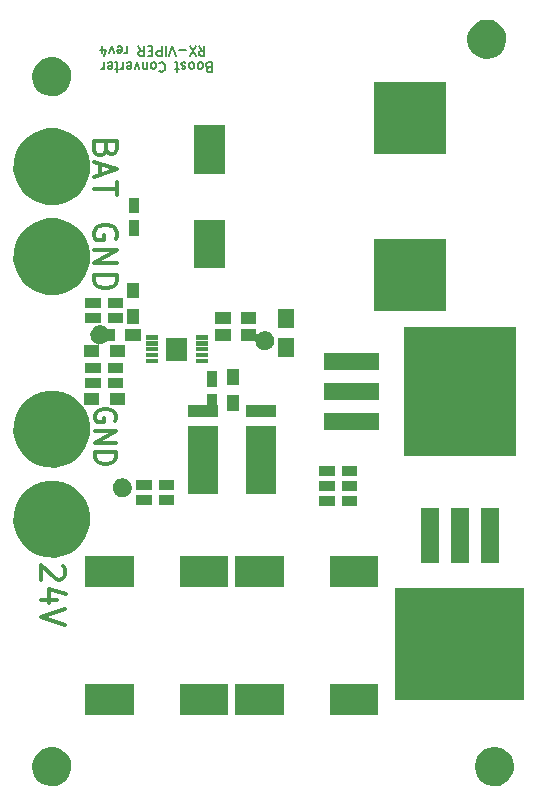
<source format=gts>
G04 #@! TF.FileFunction,Soldermask,Top*
%FSLAX46Y46*%
G04 Gerber Fmt 4.6, Leading zero omitted, Abs format (unit mm)*
G04 Created by KiCad (PCBNEW 4.0.6) date Sun Feb 11 00:43:15 2018*
%MOMM*%
%LPD*%
G01*
G04 APERTURE LIST*
%ADD10C,0.100000*%
%ADD11C,0.150000*%
%ADD12C,0.300000*%
G04 APERTURE END LIST*
D10*
D11*
X63423857Y-29688143D02*
X63309571Y-29650048D01*
X63271476Y-29611952D01*
X63233381Y-29535762D01*
X63233381Y-29421476D01*
X63271476Y-29345286D01*
X63309571Y-29307190D01*
X63385762Y-29269095D01*
X63690524Y-29269095D01*
X63690524Y-30069095D01*
X63423857Y-30069095D01*
X63347667Y-30031000D01*
X63309571Y-29992905D01*
X63271476Y-29916714D01*
X63271476Y-29840524D01*
X63309571Y-29764333D01*
X63347667Y-29726238D01*
X63423857Y-29688143D01*
X63690524Y-29688143D01*
X62776238Y-29269095D02*
X62852429Y-29307190D01*
X62890524Y-29345286D01*
X62928619Y-29421476D01*
X62928619Y-29650048D01*
X62890524Y-29726238D01*
X62852429Y-29764333D01*
X62776238Y-29802429D01*
X62661952Y-29802429D01*
X62585762Y-29764333D01*
X62547667Y-29726238D01*
X62509571Y-29650048D01*
X62509571Y-29421476D01*
X62547667Y-29345286D01*
X62585762Y-29307190D01*
X62661952Y-29269095D01*
X62776238Y-29269095D01*
X62052428Y-29269095D02*
X62128619Y-29307190D01*
X62166714Y-29345286D01*
X62204809Y-29421476D01*
X62204809Y-29650048D01*
X62166714Y-29726238D01*
X62128619Y-29764333D01*
X62052428Y-29802429D01*
X61938142Y-29802429D01*
X61861952Y-29764333D01*
X61823857Y-29726238D01*
X61785761Y-29650048D01*
X61785761Y-29421476D01*
X61823857Y-29345286D01*
X61861952Y-29307190D01*
X61938142Y-29269095D01*
X62052428Y-29269095D01*
X61480999Y-29307190D02*
X61404809Y-29269095D01*
X61252428Y-29269095D01*
X61176237Y-29307190D01*
X61138142Y-29383381D01*
X61138142Y-29421476D01*
X61176237Y-29497667D01*
X61252428Y-29535762D01*
X61366713Y-29535762D01*
X61442904Y-29573857D01*
X61480999Y-29650048D01*
X61480999Y-29688143D01*
X61442904Y-29764333D01*
X61366713Y-29802429D01*
X61252428Y-29802429D01*
X61176237Y-29764333D01*
X60909571Y-29802429D02*
X60604809Y-29802429D01*
X60795285Y-30069095D02*
X60795285Y-29383381D01*
X60757190Y-29307190D01*
X60680999Y-29269095D01*
X60604809Y-29269095D01*
X59271475Y-29345286D02*
X59309570Y-29307190D01*
X59423856Y-29269095D01*
X59500046Y-29269095D01*
X59614332Y-29307190D01*
X59690523Y-29383381D01*
X59728618Y-29459571D01*
X59766713Y-29611952D01*
X59766713Y-29726238D01*
X59728618Y-29878619D01*
X59690523Y-29954810D01*
X59614332Y-30031000D01*
X59500046Y-30069095D01*
X59423856Y-30069095D01*
X59309570Y-30031000D01*
X59271475Y-29992905D01*
X58814332Y-29269095D02*
X58890523Y-29307190D01*
X58928618Y-29345286D01*
X58966713Y-29421476D01*
X58966713Y-29650048D01*
X58928618Y-29726238D01*
X58890523Y-29764333D01*
X58814332Y-29802429D01*
X58700046Y-29802429D01*
X58623856Y-29764333D01*
X58585761Y-29726238D01*
X58547665Y-29650048D01*
X58547665Y-29421476D01*
X58585761Y-29345286D01*
X58623856Y-29307190D01*
X58700046Y-29269095D01*
X58814332Y-29269095D01*
X58204808Y-29802429D02*
X58204808Y-29269095D01*
X58204808Y-29726238D02*
X58166713Y-29764333D01*
X58090522Y-29802429D01*
X57976236Y-29802429D01*
X57900046Y-29764333D01*
X57861951Y-29688143D01*
X57861951Y-29269095D01*
X57557188Y-29802429D02*
X57366712Y-29269095D01*
X57176236Y-29802429D01*
X56566712Y-29307190D02*
X56642902Y-29269095D01*
X56795283Y-29269095D01*
X56871474Y-29307190D01*
X56909569Y-29383381D01*
X56909569Y-29688143D01*
X56871474Y-29764333D01*
X56795283Y-29802429D01*
X56642902Y-29802429D01*
X56566712Y-29764333D01*
X56528617Y-29688143D01*
X56528617Y-29611952D01*
X56909569Y-29535762D01*
X56185760Y-29269095D02*
X56185760Y-29802429D01*
X56185760Y-29650048D02*
X56147665Y-29726238D01*
X56109569Y-29764333D01*
X56033379Y-29802429D01*
X55957188Y-29802429D01*
X55804808Y-29802429D02*
X55500046Y-29802429D01*
X55690522Y-30069095D02*
X55690522Y-29383381D01*
X55652427Y-29307190D01*
X55576236Y-29269095D01*
X55500046Y-29269095D01*
X54928617Y-29307190D02*
X55004807Y-29269095D01*
X55157188Y-29269095D01*
X55233379Y-29307190D01*
X55271474Y-29383381D01*
X55271474Y-29688143D01*
X55233379Y-29764333D01*
X55157188Y-29802429D01*
X55004807Y-29802429D01*
X54928617Y-29764333D01*
X54890522Y-29688143D01*
X54890522Y-29611952D01*
X55271474Y-29535762D01*
X54547665Y-29269095D02*
X54547665Y-29802429D01*
X54547665Y-29650048D02*
X54509570Y-29726238D01*
X54471474Y-29764333D01*
X54395284Y-29802429D01*
X54319093Y-29802429D01*
X62623857Y-27919095D02*
X62890524Y-28300048D01*
X63081000Y-27919095D02*
X63081000Y-28719095D01*
X62776238Y-28719095D01*
X62700047Y-28681000D01*
X62661952Y-28642905D01*
X62623857Y-28566714D01*
X62623857Y-28452429D01*
X62661952Y-28376238D01*
X62700047Y-28338143D01*
X62776238Y-28300048D01*
X63081000Y-28300048D01*
X62357190Y-28719095D02*
X61823857Y-27919095D01*
X61823857Y-28719095D02*
X62357190Y-27919095D01*
X61519095Y-28223857D02*
X60909571Y-28223857D01*
X60642905Y-28719095D02*
X60376238Y-27919095D01*
X60109571Y-28719095D01*
X59842905Y-27919095D02*
X59842905Y-28719095D01*
X59461953Y-27919095D02*
X59461953Y-28719095D01*
X59157191Y-28719095D01*
X59081000Y-28681000D01*
X59042905Y-28642905D01*
X59004810Y-28566714D01*
X59004810Y-28452429D01*
X59042905Y-28376238D01*
X59081000Y-28338143D01*
X59157191Y-28300048D01*
X59461953Y-28300048D01*
X58661953Y-28338143D02*
X58395286Y-28338143D01*
X58281000Y-27919095D02*
X58661953Y-27919095D01*
X58661953Y-28719095D01*
X58281000Y-28719095D01*
X57481000Y-27919095D02*
X57747667Y-28300048D01*
X57938143Y-27919095D02*
X57938143Y-28719095D01*
X57633381Y-28719095D01*
X57557190Y-28681000D01*
X57519095Y-28642905D01*
X57481000Y-28566714D01*
X57481000Y-28452429D01*
X57519095Y-28376238D01*
X57557190Y-28338143D01*
X57633381Y-28300048D01*
X57938143Y-28300048D01*
X56528619Y-27919095D02*
X56528619Y-28452429D01*
X56528619Y-28300048D02*
X56490524Y-28376238D01*
X56452428Y-28414333D01*
X56376238Y-28452429D01*
X56300047Y-28452429D01*
X55728619Y-27957190D02*
X55804809Y-27919095D01*
X55957190Y-27919095D01*
X56033381Y-27957190D01*
X56071476Y-28033381D01*
X56071476Y-28338143D01*
X56033381Y-28414333D01*
X55957190Y-28452429D01*
X55804809Y-28452429D01*
X55728619Y-28414333D01*
X55690524Y-28338143D01*
X55690524Y-28261952D01*
X56071476Y-28185762D01*
X55423857Y-28452429D02*
X55233381Y-27919095D01*
X55042905Y-28452429D01*
X54395286Y-28452429D02*
X54395286Y-27919095D01*
X54585762Y-28757190D02*
X54776238Y-28185762D01*
X54281000Y-28185762D01*
D12*
X51069762Y-71914047D02*
X51165000Y-72009285D01*
X51260238Y-72199762D01*
X51260238Y-72675952D01*
X51165000Y-72866428D01*
X51069762Y-72961666D01*
X50879286Y-73056905D01*
X50688810Y-73056905D01*
X50403095Y-72961666D01*
X49260238Y-71818809D01*
X49260238Y-73056905D01*
X50593571Y-74771190D02*
X49260238Y-74771190D01*
X51355476Y-74295000D02*
X49926905Y-73818809D01*
X49926905Y-75056905D01*
X51260238Y-75533095D02*
X49260238Y-76199762D01*
X51260238Y-76866429D01*
X55485000Y-59626667D02*
X55568333Y-59460001D01*
X55568333Y-59210001D01*
X55485000Y-58960001D01*
X55318333Y-58793334D01*
X55151667Y-58710001D01*
X54818333Y-58626667D01*
X54568333Y-58626667D01*
X54235000Y-58710001D01*
X54068333Y-58793334D01*
X53901667Y-58960001D01*
X53818333Y-59210001D01*
X53818333Y-59376667D01*
X53901667Y-59626667D01*
X53985000Y-59710001D01*
X54568333Y-59710001D01*
X54568333Y-59376667D01*
X53818333Y-60460001D02*
X55568333Y-60460001D01*
X53818333Y-61460001D01*
X55568333Y-61460001D01*
X53818333Y-62293334D02*
X55568333Y-62293334D01*
X55568333Y-62710000D01*
X55485000Y-62960000D01*
X55318333Y-63126667D01*
X55151667Y-63210000D01*
X54818333Y-63293334D01*
X54568333Y-63293334D01*
X54235000Y-63210000D01*
X54068333Y-63126667D01*
X53901667Y-62960000D01*
X53818333Y-62710000D01*
X53818333Y-62293334D01*
X55610000Y-44196191D02*
X55705238Y-44005714D01*
X55705238Y-43720000D01*
X55610000Y-43434286D01*
X55419524Y-43243810D01*
X55229048Y-43148571D01*
X54848095Y-43053333D01*
X54562381Y-43053333D01*
X54181429Y-43148571D01*
X53990952Y-43243810D01*
X53800476Y-43434286D01*
X53705238Y-43720000D01*
X53705238Y-43910476D01*
X53800476Y-44196191D01*
X53895714Y-44291429D01*
X54562381Y-44291429D01*
X54562381Y-43910476D01*
X53705238Y-45148571D02*
X55705238Y-45148571D01*
X53705238Y-46291429D01*
X55705238Y-46291429D01*
X53705238Y-47243809D02*
X55705238Y-47243809D01*
X55705238Y-47720000D01*
X55610000Y-48005714D01*
X55419524Y-48196190D01*
X55229048Y-48291429D01*
X54848095Y-48386667D01*
X54562381Y-48386667D01*
X54181429Y-48291429D01*
X53990952Y-48196190D01*
X53800476Y-48005714D01*
X53705238Y-47720000D01*
X53705238Y-47243809D01*
X54752857Y-36623809D02*
X54657619Y-36909523D01*
X54562381Y-37004762D01*
X54371905Y-37100000D01*
X54086190Y-37100000D01*
X53895714Y-37004762D01*
X53800476Y-36909523D01*
X53705238Y-36719047D01*
X53705238Y-35957142D01*
X55705238Y-35957142D01*
X55705238Y-36623809D01*
X55610000Y-36814285D01*
X55514762Y-36909523D01*
X55324286Y-37004762D01*
X55133810Y-37004762D01*
X54943333Y-36909523D01*
X54848095Y-36814285D01*
X54752857Y-36623809D01*
X54752857Y-35957142D01*
X54276667Y-37861904D02*
X54276667Y-38814285D01*
X53705238Y-37671428D02*
X55705238Y-38338095D01*
X53705238Y-39004762D01*
X55705238Y-39385714D02*
X55705238Y-40528571D01*
X53705238Y-39957143D02*
X55705238Y-39957143D01*
D10*
G36*
X50338307Y-87251097D02*
X50655281Y-87316162D01*
X50953580Y-87441556D01*
X51221841Y-87622500D01*
X51449849Y-87852105D01*
X51628914Y-88121619D01*
X51752223Y-88420791D01*
X51814991Y-88737793D01*
X51814991Y-88737804D01*
X51815071Y-88738209D01*
X51809910Y-89107800D01*
X51809819Y-89108200D01*
X51809819Y-89108213D01*
X51738223Y-89423342D01*
X51606611Y-89718948D01*
X51420085Y-89983365D01*
X51185762Y-90206508D01*
X50912544Y-90379898D01*
X50610866Y-90496910D01*
X50292202Y-90553100D01*
X49968686Y-90546323D01*
X49652657Y-90476840D01*
X49356135Y-90347292D01*
X49090423Y-90162617D01*
X48865648Y-89929856D01*
X48690362Y-89657865D01*
X48571240Y-89356999D01*
X48512828Y-89038737D01*
X48517346Y-88715188D01*
X48584623Y-88398675D01*
X48712095Y-88101259D01*
X48894910Y-87834266D01*
X49126098Y-87607870D01*
X49396863Y-87430685D01*
X49696882Y-87309471D01*
X50014729Y-87248838D01*
X50338307Y-87251097D01*
X50338307Y-87251097D01*
G37*
G36*
X87803307Y-87251097D02*
X88120281Y-87316162D01*
X88418580Y-87441556D01*
X88686841Y-87622500D01*
X88914849Y-87852105D01*
X89093914Y-88121619D01*
X89217223Y-88420791D01*
X89279991Y-88737793D01*
X89279991Y-88737804D01*
X89280071Y-88738209D01*
X89274910Y-89107800D01*
X89274819Y-89108200D01*
X89274819Y-89108213D01*
X89203223Y-89423342D01*
X89071611Y-89718948D01*
X88885085Y-89983365D01*
X88650762Y-90206508D01*
X88377544Y-90379898D01*
X88075866Y-90496910D01*
X87757202Y-90553100D01*
X87433686Y-90546323D01*
X87117657Y-90476840D01*
X86821135Y-90347292D01*
X86555423Y-90162617D01*
X86330648Y-89929856D01*
X86155362Y-89657865D01*
X86036240Y-89356999D01*
X85977828Y-89038737D01*
X85982346Y-88715188D01*
X86049623Y-88398675D01*
X86177095Y-88101259D01*
X86359910Y-87834266D01*
X86591098Y-87607870D01*
X86861863Y-87430685D01*
X87161882Y-87309471D01*
X87479729Y-87248838D01*
X87803307Y-87251097D01*
X87803307Y-87251097D01*
G37*
G36*
X69805000Y-84485000D02*
X65705000Y-84485000D01*
X65705000Y-81885000D01*
X69805000Y-81885000D01*
X69805000Y-84485000D01*
X69805000Y-84485000D01*
G37*
G36*
X57105000Y-84485000D02*
X53005000Y-84485000D01*
X53005000Y-81885000D01*
X57105000Y-81885000D01*
X57105000Y-84485000D01*
X57105000Y-84485000D01*
G37*
G36*
X65105000Y-84485000D02*
X61005000Y-84485000D01*
X61005000Y-81885000D01*
X65105000Y-81885000D01*
X65105000Y-84485000D01*
X65105000Y-84485000D01*
G37*
G36*
X77805000Y-84485000D02*
X73705000Y-84485000D01*
X73705000Y-81885000D01*
X77805000Y-81885000D01*
X77805000Y-84485000D01*
X77805000Y-84485000D01*
G37*
G36*
X90159000Y-83236000D02*
X79259000Y-83236000D01*
X79259000Y-73736000D01*
X90159000Y-73736000D01*
X90159000Y-83236000D01*
X90159000Y-83236000D01*
G37*
G36*
X65105000Y-73690000D02*
X61005000Y-73690000D01*
X61005000Y-71090000D01*
X65105000Y-71090000D01*
X65105000Y-73690000D01*
X65105000Y-73690000D01*
G37*
G36*
X77805000Y-73690000D02*
X73705000Y-73690000D01*
X73705000Y-71090000D01*
X77805000Y-71090000D01*
X77805000Y-73690000D01*
X77805000Y-73690000D01*
G37*
G36*
X69805000Y-73690000D02*
X65705000Y-73690000D01*
X65705000Y-71090000D01*
X69805000Y-71090000D01*
X69805000Y-73690000D01*
X69805000Y-73690000D01*
G37*
G36*
X57105000Y-73690000D02*
X53005000Y-73690000D01*
X53005000Y-71090000D01*
X57105000Y-71090000D01*
X57105000Y-73690000D01*
X57105000Y-73690000D01*
G37*
G36*
X85454000Y-71676000D02*
X83964000Y-71676000D01*
X83964000Y-66976000D01*
X85454000Y-66976000D01*
X85454000Y-71676000D01*
X85454000Y-71676000D01*
G37*
G36*
X87994000Y-71676000D02*
X86504000Y-71676000D01*
X86504000Y-66976000D01*
X87994000Y-66976000D01*
X87994000Y-71676000D01*
X87994000Y-71676000D01*
G37*
G36*
X82914000Y-71676000D02*
X81424000Y-71676000D01*
X81424000Y-66976000D01*
X82914000Y-66976000D01*
X82914000Y-71676000D01*
X82914000Y-71676000D01*
G37*
G36*
X50506361Y-64697162D02*
X51130704Y-64825321D01*
X51718260Y-65072308D01*
X52246654Y-65428714D01*
X52695760Y-65880965D01*
X53048466Y-66411830D01*
X53291346Y-67001103D01*
X53415060Y-67625905D01*
X53415060Y-67625921D01*
X53415139Y-67626321D01*
X53404974Y-68354304D01*
X53404883Y-68354704D01*
X53404883Y-68354716D01*
X53263771Y-68975824D01*
X53004534Y-69558080D01*
X52637138Y-70078896D01*
X52175586Y-70518426D01*
X51637439Y-70859946D01*
X51043220Y-71090427D01*
X50415547Y-71201103D01*
X49778323Y-71187755D01*
X49155838Y-71050893D01*
X48571783Y-70795726D01*
X48048414Y-70431975D01*
X47605673Y-69973503D01*
X47260408Y-69437757D01*
X47025780Y-68845154D01*
X46910725Y-68218270D01*
X46919624Y-67580975D01*
X47052139Y-66957540D01*
X47303219Y-66371726D01*
X47663308Y-65845829D01*
X48118681Y-65399895D01*
X48652003Y-65050899D01*
X49242950Y-64812141D01*
X49869016Y-64692713D01*
X50506361Y-64697162D01*
X50506361Y-64697162D01*
G37*
G36*
X76022000Y-66846000D02*
X74722000Y-66846000D01*
X74722000Y-65996000D01*
X76022000Y-65996000D01*
X76022000Y-66846000D01*
X76022000Y-66846000D01*
G37*
G36*
X74122000Y-66846000D02*
X72822000Y-66846000D01*
X72822000Y-65996000D01*
X74122000Y-65996000D01*
X74122000Y-66846000D01*
X74122000Y-66846000D01*
G37*
G36*
X60528000Y-66719000D02*
X59228000Y-66719000D01*
X59228000Y-65869000D01*
X60528000Y-65869000D01*
X60528000Y-66719000D01*
X60528000Y-66719000D01*
G37*
G36*
X58628000Y-66719000D02*
X57328000Y-66719000D01*
X57328000Y-65869000D01*
X58628000Y-65869000D01*
X58628000Y-66719000D01*
X58628000Y-66719000D01*
G37*
G36*
X56218032Y-64478531D02*
X56371708Y-64510076D01*
X56516342Y-64570875D01*
X56646409Y-64658606D01*
X56756959Y-64769930D01*
X56843777Y-64900601D01*
X56903564Y-65045657D01*
X56933955Y-65199140D01*
X56933955Y-65199156D01*
X56934034Y-65199556D01*
X56931532Y-65378752D01*
X56931441Y-65379152D01*
X56931441Y-65379164D01*
X56896776Y-65531742D01*
X56832964Y-65675066D01*
X56742526Y-65803270D01*
X56628918Y-65911458D01*
X56496445Y-65995528D01*
X56350176Y-66052262D01*
X56195676Y-66079504D01*
X56038816Y-66076218D01*
X55885593Y-66042530D01*
X55741823Y-65979718D01*
X55612990Y-65890178D01*
X55504013Y-65777328D01*
X55419023Y-65645450D01*
X55361266Y-65499573D01*
X55332946Y-65345267D01*
X55335137Y-65188395D01*
X55367756Y-65034931D01*
X55429559Y-64890733D01*
X55518198Y-64761279D01*
X55630288Y-64651513D01*
X55761571Y-64565603D01*
X55907034Y-64506833D01*
X56061140Y-64477436D01*
X56218032Y-64478531D01*
X56218032Y-64478531D01*
G37*
G36*
X69155000Y-65782000D02*
X66615000Y-65782000D01*
X66615000Y-60082000D01*
X69155000Y-60082000D01*
X69155000Y-65782000D01*
X69155000Y-65782000D01*
G37*
G36*
X64195000Y-65782000D02*
X61655000Y-65782000D01*
X61655000Y-60082000D01*
X64195000Y-60082000D01*
X64195000Y-65782000D01*
X64195000Y-65782000D01*
G37*
G36*
X76022000Y-65576000D02*
X74722000Y-65576000D01*
X74722000Y-64726000D01*
X76022000Y-64726000D01*
X76022000Y-65576000D01*
X76022000Y-65576000D01*
G37*
G36*
X74122000Y-65576000D02*
X72822000Y-65576000D01*
X72822000Y-64726000D01*
X74122000Y-64726000D01*
X74122000Y-65576000D01*
X74122000Y-65576000D01*
G37*
G36*
X60528000Y-65449000D02*
X59228000Y-65449000D01*
X59228000Y-64599000D01*
X60528000Y-64599000D01*
X60528000Y-65449000D01*
X60528000Y-65449000D01*
G37*
G36*
X58628000Y-65449000D02*
X57328000Y-65449000D01*
X57328000Y-64599000D01*
X58628000Y-64599000D01*
X58628000Y-65449000D01*
X58628000Y-65449000D01*
G37*
G36*
X74122000Y-64306000D02*
X72822000Y-64306000D01*
X72822000Y-63456000D01*
X74122000Y-63456000D01*
X74122000Y-64306000D01*
X74122000Y-64306000D01*
G37*
G36*
X76022000Y-64306000D02*
X74722000Y-64306000D01*
X74722000Y-63456000D01*
X76022000Y-63456000D01*
X76022000Y-64306000D01*
X76022000Y-64306000D01*
G37*
G36*
X50506361Y-57077162D02*
X51130704Y-57205321D01*
X51718260Y-57452308D01*
X52246654Y-57808714D01*
X52695760Y-58260965D01*
X52750025Y-58342641D01*
X52761253Y-58355250D01*
X52765601Y-58357981D01*
X52768494Y-58368669D01*
X52773653Y-58378203D01*
X53048466Y-58791830D01*
X53291346Y-59381103D01*
X53415060Y-60005905D01*
X53415060Y-60005921D01*
X53415139Y-60006321D01*
X53404974Y-60734304D01*
X53404883Y-60734704D01*
X53404883Y-60734716D01*
X53263771Y-61355824D01*
X53004534Y-61938080D01*
X52637138Y-62458896D01*
X52175586Y-62898426D01*
X51637439Y-63239946D01*
X51043220Y-63470427D01*
X50415547Y-63581103D01*
X49778323Y-63567755D01*
X49155838Y-63430893D01*
X48571783Y-63175726D01*
X48048414Y-62811975D01*
X47605673Y-62353503D01*
X47260408Y-61817757D01*
X47025780Y-61225154D01*
X46910725Y-60598270D01*
X46919624Y-59960975D01*
X47052139Y-59337540D01*
X47303219Y-58751726D01*
X47663308Y-58225829D01*
X48118681Y-57779895D01*
X48652003Y-57430899D01*
X49242950Y-57192141D01*
X49869016Y-57072713D01*
X50506361Y-57077162D01*
X50506361Y-57077162D01*
G37*
G36*
X89459000Y-62600000D02*
X79959000Y-62600000D01*
X79959000Y-51700000D01*
X89459000Y-51700000D01*
X89459000Y-62600000D01*
X89459000Y-62600000D01*
G37*
G36*
X77899000Y-60435000D02*
X73199000Y-60435000D01*
X73199000Y-58945000D01*
X77899000Y-58945000D01*
X77899000Y-60435000D01*
X77899000Y-60435000D01*
G37*
G36*
X64179000Y-58242000D02*
X64181375Y-58258716D01*
X64188314Y-58274108D01*
X64195000Y-58281953D01*
X64195000Y-59292000D01*
X61655000Y-59292000D01*
X61655000Y-58302000D01*
X63269000Y-58302000D01*
X63285716Y-58299625D01*
X63301108Y-58292686D01*
X63313957Y-58281735D01*
X63323247Y-58267637D01*
X63328242Y-58251509D01*
X63329000Y-58242000D01*
X63329000Y-57335000D01*
X64179000Y-57335000D01*
X64179000Y-58242000D01*
X64179000Y-58242000D01*
G37*
G36*
X69155000Y-59292000D02*
X66615000Y-59292000D01*
X66615000Y-58302000D01*
X69155000Y-58302000D01*
X69155000Y-59292000D01*
X69155000Y-59292000D01*
G37*
G36*
X66032000Y-58761000D02*
X65032000Y-58761000D01*
X65032000Y-57461000D01*
X66032000Y-57461000D01*
X66032000Y-58761000D01*
X66032000Y-58761000D01*
G37*
G36*
X56360000Y-58285000D02*
X55060000Y-58285000D01*
X55060000Y-57285000D01*
X56360000Y-57285000D01*
X56360000Y-58285000D01*
X56360000Y-58285000D01*
G37*
G36*
X54160000Y-58285000D02*
X52860000Y-58285000D01*
X52860000Y-57285000D01*
X54160000Y-57285000D01*
X54160000Y-58285000D01*
X54160000Y-58285000D01*
G37*
G36*
X77899000Y-57895000D02*
X73199000Y-57895000D01*
X73199000Y-56405000D01*
X77899000Y-56405000D01*
X77899000Y-57895000D01*
X77899000Y-57895000D01*
G37*
G36*
X56210000Y-56813000D02*
X54910000Y-56813000D01*
X54910000Y-55963000D01*
X56210000Y-55963000D01*
X56210000Y-56813000D01*
X56210000Y-56813000D01*
G37*
G36*
X54310000Y-56813000D02*
X53010000Y-56813000D01*
X53010000Y-55963000D01*
X54310000Y-55963000D01*
X54310000Y-56813000D01*
X54310000Y-56813000D01*
G37*
G36*
X64179000Y-56735000D02*
X63329000Y-56735000D01*
X63329000Y-55435000D01*
X64179000Y-55435000D01*
X64179000Y-56735000D01*
X64179000Y-56735000D01*
G37*
G36*
X66032000Y-56561000D02*
X65032000Y-56561000D01*
X65032000Y-55261000D01*
X66032000Y-55261000D01*
X66032000Y-56561000D01*
X66032000Y-56561000D01*
G37*
G36*
X56210000Y-55543000D02*
X54910000Y-55543000D01*
X54910000Y-54693000D01*
X56210000Y-54693000D01*
X56210000Y-55543000D01*
X56210000Y-55543000D01*
G37*
G36*
X54310000Y-55543000D02*
X53010000Y-55543000D01*
X53010000Y-54693000D01*
X54310000Y-54693000D01*
X54310000Y-55543000D01*
X54310000Y-55543000D01*
G37*
G36*
X77899000Y-55355000D02*
X73199000Y-55355000D01*
X73199000Y-53865000D01*
X77899000Y-53865000D01*
X77899000Y-55355000D01*
X77899000Y-55355000D01*
G37*
G36*
X63345000Y-54741000D02*
X62355000Y-54741000D01*
X62355000Y-54371000D01*
X63345000Y-54371000D01*
X63345000Y-54741000D01*
X63345000Y-54741000D01*
G37*
G36*
X59135000Y-54741000D02*
X58145000Y-54741000D01*
X58145000Y-54371000D01*
X59135000Y-54371000D01*
X59135000Y-54741000D01*
X59135000Y-54741000D01*
G37*
G36*
X61635000Y-54546000D02*
X59855000Y-54546000D01*
X59855000Y-52566000D01*
X61635000Y-52566000D01*
X61635000Y-54546000D01*
X61635000Y-54546000D01*
G37*
G36*
X63345000Y-54241000D02*
X62355000Y-54241000D01*
X62355000Y-53871000D01*
X63345000Y-53871000D01*
X63345000Y-54241000D01*
X63345000Y-54241000D01*
G37*
G36*
X59135000Y-54241000D02*
X58145000Y-54241000D01*
X58145000Y-53871000D01*
X59135000Y-53871000D01*
X59135000Y-54241000D01*
X59135000Y-54241000D01*
G37*
G36*
X70652000Y-54227000D02*
X69302000Y-54227000D01*
X69302000Y-52627000D01*
X70652000Y-52627000D01*
X70652000Y-54227000D01*
X70652000Y-54227000D01*
G37*
G36*
X56360000Y-54221000D02*
X55060000Y-54221000D01*
X55060000Y-53221000D01*
X56360000Y-53221000D01*
X56360000Y-54221000D01*
X56360000Y-54221000D01*
G37*
G36*
X54313032Y-51524531D02*
X54466708Y-51556076D01*
X54611342Y-51616875D01*
X54741409Y-51704606D01*
X54842374Y-51806278D01*
X54855838Y-51816465D01*
X54871607Y-51822498D01*
X54884948Y-51824000D01*
X55473000Y-51824000D01*
X55473000Y-52824000D01*
X54886454Y-52824000D01*
X54869738Y-52826375D01*
X54854346Y-52833314D01*
X54841814Y-52845238D01*
X54841789Y-52845211D01*
X54723918Y-52957458D01*
X54591445Y-53041528D01*
X54445176Y-53098262D01*
X54290676Y-53125504D01*
X54221256Y-53124050D01*
X54204495Y-53126075D01*
X54188961Y-53132690D01*
X54175885Y-53143370D01*
X54166301Y-53157270D01*
X54160970Y-53173290D01*
X54160000Y-53184037D01*
X54160000Y-54221000D01*
X52860000Y-54221000D01*
X52860000Y-53221000D01*
X54030793Y-53221000D01*
X54047509Y-53218625D01*
X54062901Y-53211686D01*
X54075750Y-53200735D01*
X54085040Y-53186637D01*
X54090035Y-53170509D01*
X54090338Y-53153628D01*
X54085927Y-53137331D01*
X54077150Y-53122908D01*
X54064703Y-53111501D01*
X54043677Y-53102400D01*
X53980593Y-53088530D01*
X53836823Y-53025718D01*
X53707990Y-52936178D01*
X53599013Y-52823328D01*
X53514023Y-52691450D01*
X53456266Y-52545573D01*
X53427946Y-52391267D01*
X53430137Y-52234395D01*
X53462756Y-52080931D01*
X53524559Y-51936733D01*
X53613198Y-51807279D01*
X53725288Y-51697513D01*
X53856571Y-51611603D01*
X54002034Y-51552833D01*
X54156140Y-51523436D01*
X54313032Y-51524531D01*
X54313032Y-51524531D01*
G37*
G36*
X63345000Y-53741000D02*
X62355000Y-53741000D01*
X62355000Y-53371000D01*
X63345000Y-53371000D01*
X63345000Y-53741000D01*
X63345000Y-53741000D01*
G37*
G36*
X59135000Y-53741000D02*
X58145000Y-53741000D01*
X58145000Y-53371000D01*
X59135000Y-53371000D01*
X59135000Y-53741000D01*
X59135000Y-53741000D01*
G37*
G36*
X67493000Y-52260873D02*
X67495375Y-52277589D01*
X67502314Y-52292981D01*
X67513265Y-52305830D01*
X67527363Y-52315120D01*
X67543491Y-52320115D01*
X67560372Y-52320418D01*
X67576669Y-52316007D01*
X67594980Y-52303742D01*
X67695291Y-52205511D01*
X67826571Y-52119603D01*
X67972034Y-52060833D01*
X68126140Y-52031436D01*
X68283032Y-52032531D01*
X68436708Y-52064076D01*
X68581342Y-52124875D01*
X68711409Y-52212606D01*
X68821959Y-52323930D01*
X68908777Y-52454601D01*
X68968564Y-52599657D01*
X68998955Y-52753140D01*
X68998955Y-52753156D01*
X68999034Y-52753556D01*
X68996532Y-52932752D01*
X68996441Y-52933152D01*
X68996441Y-52933164D01*
X68961776Y-53085742D01*
X68897964Y-53229066D01*
X68807526Y-53357270D01*
X68693918Y-53465458D01*
X68561445Y-53549528D01*
X68415176Y-53606262D01*
X68260676Y-53633504D01*
X68103816Y-53630218D01*
X67950593Y-53596530D01*
X67806823Y-53533718D01*
X67677990Y-53444178D01*
X67569013Y-53331328D01*
X67484023Y-53199450D01*
X67426266Y-53053573D01*
X67397946Y-52899268D01*
X67398148Y-52884839D01*
X67396007Y-52868092D01*
X67389284Y-52852604D01*
X67378513Y-52839603D01*
X67364547Y-52830117D01*
X67348490Y-52824897D01*
X67338154Y-52824000D01*
X66193000Y-52824000D01*
X66193000Y-51824000D01*
X67493000Y-51824000D01*
X67493000Y-52260873D01*
X67493000Y-52260873D01*
G37*
G36*
X59135000Y-53241000D02*
X58145000Y-53241000D01*
X58145000Y-52871000D01*
X59135000Y-52871000D01*
X59135000Y-53241000D01*
X59135000Y-53241000D01*
G37*
G36*
X63345000Y-53241000D02*
X62355000Y-53241000D01*
X62355000Y-52871000D01*
X63345000Y-52871000D01*
X63345000Y-53241000D01*
X63345000Y-53241000D01*
G37*
G36*
X65293000Y-52824000D02*
X63993000Y-52824000D01*
X63993000Y-51824000D01*
X65293000Y-51824000D01*
X65293000Y-52824000D01*
X65293000Y-52824000D01*
G37*
G36*
X57673000Y-52824000D02*
X56373000Y-52824000D01*
X56373000Y-51824000D01*
X57673000Y-51824000D01*
X57673000Y-52824000D01*
X57673000Y-52824000D01*
G37*
G36*
X63345000Y-52741000D02*
X62355000Y-52741000D01*
X62355000Y-52371000D01*
X63345000Y-52371000D01*
X63345000Y-52741000D01*
X63345000Y-52741000D01*
G37*
G36*
X59135000Y-52741000D02*
X58145000Y-52741000D01*
X58145000Y-52371000D01*
X59135000Y-52371000D01*
X59135000Y-52741000D01*
X59135000Y-52741000D01*
G37*
G36*
X70652000Y-51727000D02*
X69302000Y-51727000D01*
X69302000Y-50127000D01*
X70652000Y-50127000D01*
X70652000Y-51727000D01*
X70652000Y-51727000D01*
G37*
G36*
X57523000Y-51450000D02*
X56523000Y-51450000D01*
X56523000Y-50150000D01*
X57523000Y-50150000D01*
X57523000Y-51450000D01*
X57523000Y-51450000D01*
G37*
G36*
X67493000Y-51427000D02*
X66193000Y-51427000D01*
X66193000Y-50427000D01*
X67493000Y-50427000D01*
X67493000Y-51427000D01*
X67493000Y-51427000D01*
G37*
G36*
X65293000Y-51427000D02*
X63993000Y-51427000D01*
X63993000Y-50427000D01*
X65293000Y-50427000D01*
X65293000Y-51427000D01*
X65293000Y-51427000D01*
G37*
G36*
X56210000Y-51352000D02*
X54910000Y-51352000D01*
X54910000Y-50502000D01*
X56210000Y-50502000D01*
X56210000Y-51352000D01*
X56210000Y-51352000D01*
G37*
G36*
X54310000Y-51352000D02*
X53010000Y-51352000D01*
X53010000Y-50502000D01*
X54310000Y-50502000D01*
X54310000Y-51352000D01*
X54310000Y-51352000D01*
G37*
G36*
X83568000Y-50294000D02*
X77468000Y-50294000D01*
X77468000Y-44194000D01*
X83568000Y-44194000D01*
X83568000Y-50294000D01*
X83568000Y-50294000D01*
G37*
G36*
X56210000Y-50082000D02*
X54910000Y-50082000D01*
X54910000Y-49232000D01*
X56210000Y-49232000D01*
X56210000Y-50082000D01*
X56210000Y-50082000D01*
G37*
G36*
X54310000Y-50082000D02*
X53010000Y-50082000D01*
X53010000Y-49232000D01*
X54310000Y-49232000D01*
X54310000Y-50082000D01*
X54310000Y-50082000D01*
G37*
G36*
X57523000Y-49250000D02*
X56523000Y-49250000D01*
X56523000Y-47950000D01*
X57523000Y-47950000D01*
X57523000Y-49250000D01*
X57523000Y-49250000D01*
G37*
G36*
X50506361Y-42472162D02*
X51130704Y-42600321D01*
X51718260Y-42847308D01*
X52246654Y-43203714D01*
X52695760Y-43655965D01*
X53048466Y-44186830D01*
X53291346Y-44776103D01*
X53415060Y-45400905D01*
X53415060Y-45400921D01*
X53415139Y-45401321D01*
X53404974Y-46129304D01*
X53404883Y-46129704D01*
X53404883Y-46129716D01*
X53263771Y-46750824D01*
X53004534Y-47333080D01*
X52637138Y-47853896D01*
X52175586Y-48293426D01*
X51637439Y-48634946D01*
X51043220Y-48865427D01*
X50415547Y-48976103D01*
X49778323Y-48962755D01*
X49155838Y-48825893D01*
X48571783Y-48570726D01*
X48048414Y-48206975D01*
X47605673Y-47748503D01*
X47260408Y-47212757D01*
X47025780Y-46620154D01*
X46910725Y-45993270D01*
X46919624Y-45355975D01*
X47052139Y-44732540D01*
X47303219Y-44146726D01*
X47663308Y-43620829D01*
X48118681Y-43174895D01*
X48652003Y-42825899D01*
X49242950Y-42587141D01*
X49869016Y-42467713D01*
X50506361Y-42472162D01*
X50506361Y-42472162D01*
G37*
G36*
X64800000Y-46690000D02*
X62200000Y-46690000D01*
X62200000Y-42590000D01*
X64800000Y-42590000D01*
X64800000Y-46690000D01*
X64800000Y-46690000D01*
G37*
G36*
X57575000Y-43952000D02*
X56725000Y-43952000D01*
X56725000Y-42652000D01*
X57575000Y-42652000D01*
X57575000Y-43952000D01*
X57575000Y-43952000D01*
G37*
G36*
X57575000Y-42052000D02*
X56725000Y-42052000D01*
X56725000Y-40752000D01*
X57575000Y-40752000D01*
X57575000Y-42052000D01*
X57575000Y-42052000D01*
G37*
G36*
X50506361Y-34852162D02*
X51130704Y-34980321D01*
X51718260Y-35227308D01*
X52246654Y-35583714D01*
X52695760Y-36035965D01*
X53048466Y-36566830D01*
X53291346Y-37156103D01*
X53415060Y-37780905D01*
X53415060Y-37780921D01*
X53415139Y-37781321D01*
X53404974Y-38509304D01*
X53404883Y-38509704D01*
X53404883Y-38509716D01*
X53263771Y-39130824D01*
X53004534Y-39713080D01*
X52637138Y-40233896D01*
X52175586Y-40673426D01*
X51637439Y-41014946D01*
X51043220Y-41245427D01*
X50415547Y-41356103D01*
X49778323Y-41342755D01*
X49155838Y-41205893D01*
X48571783Y-40950726D01*
X48048414Y-40586975D01*
X47605673Y-40128503D01*
X47260408Y-39592757D01*
X47025780Y-39000154D01*
X46910725Y-38373270D01*
X46919624Y-37735975D01*
X47052139Y-37112540D01*
X47303219Y-36526726D01*
X47663308Y-36000829D01*
X48118681Y-35554895D01*
X48652003Y-35205899D01*
X49242950Y-34967141D01*
X49869016Y-34847713D01*
X50506361Y-34852162D01*
X50506361Y-34852162D01*
G37*
G36*
X64800000Y-38690000D02*
X62200000Y-38690000D01*
X62200000Y-34590000D01*
X64800000Y-34590000D01*
X64800000Y-38690000D01*
X64800000Y-38690000D01*
G37*
G36*
X83568000Y-36994000D02*
X77468000Y-36994000D01*
X77468000Y-30894000D01*
X83568000Y-30894000D01*
X83568000Y-36994000D01*
X83568000Y-36994000D01*
G37*
G36*
X50338307Y-28831097D02*
X50655281Y-28896162D01*
X50953580Y-29021556D01*
X51221841Y-29202500D01*
X51449849Y-29432105D01*
X51628914Y-29701619D01*
X51752223Y-30000791D01*
X51814991Y-30317793D01*
X51814991Y-30317804D01*
X51815071Y-30318209D01*
X51809910Y-30687800D01*
X51809819Y-30688200D01*
X51809819Y-30688213D01*
X51738223Y-31003342D01*
X51606611Y-31298948D01*
X51420085Y-31563365D01*
X51185762Y-31786508D01*
X50912544Y-31959898D01*
X50610866Y-32076910D01*
X50292202Y-32133100D01*
X49968686Y-32126323D01*
X49652657Y-32056840D01*
X49356135Y-31927292D01*
X49090423Y-31742617D01*
X48865648Y-31509856D01*
X48690362Y-31237865D01*
X48571240Y-30936999D01*
X48512828Y-30618737D01*
X48517346Y-30295188D01*
X48584623Y-29978675D01*
X48712095Y-29681259D01*
X48894910Y-29414266D01*
X49126098Y-29187870D01*
X49396863Y-29010685D01*
X49696882Y-28889471D01*
X50014729Y-28828838D01*
X50338307Y-28831097D01*
X50338307Y-28831097D01*
G37*
G36*
X87168307Y-25656097D02*
X87485281Y-25721162D01*
X87783580Y-25846556D01*
X88051841Y-26027500D01*
X88279849Y-26257105D01*
X88458914Y-26526619D01*
X88582223Y-26825791D01*
X88644991Y-27142793D01*
X88644991Y-27142804D01*
X88645071Y-27143209D01*
X88639910Y-27512800D01*
X88639819Y-27513200D01*
X88639819Y-27513213D01*
X88568223Y-27828342D01*
X88436611Y-28123948D01*
X88250085Y-28388365D01*
X88015762Y-28611508D01*
X87742544Y-28784898D01*
X87440866Y-28901910D01*
X87122202Y-28958100D01*
X86798686Y-28951323D01*
X86482657Y-28881840D01*
X86186135Y-28752292D01*
X85920423Y-28567617D01*
X85695648Y-28334856D01*
X85520362Y-28062865D01*
X85401240Y-27761999D01*
X85342828Y-27443737D01*
X85347346Y-27120188D01*
X85414623Y-26803675D01*
X85542095Y-26506259D01*
X85724910Y-26239266D01*
X85956098Y-26012870D01*
X86226863Y-25835685D01*
X86526882Y-25714471D01*
X86844729Y-25653838D01*
X87168307Y-25656097D01*
X87168307Y-25656097D01*
G37*
M02*

</source>
